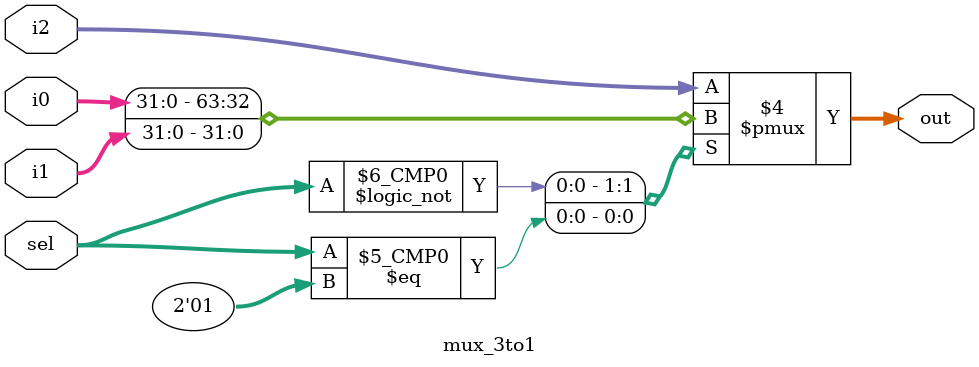
<source format=v>


`timescale 1ns/10ps

module mux_3to1 (
    i0,
    i1,
    i2,
    sel,
    out
);


input [31:0] i0;
input [31:0] i1;
input [31:0] i2;
input [1:0] sel;
output [31:0] out;
reg [31:0] out;




always @(i2, i1, i0, sel) begin: MUX_3TO1_MUX3TO1
    case (sel)
        'h0: begin
            out = i0;
        end
        'h1: begin
            out = i1;
        end
        'h2: begin
            out = i2;
        end
        default: begin
            out = i2;
        end
    endcase
end

endmodule

</source>
